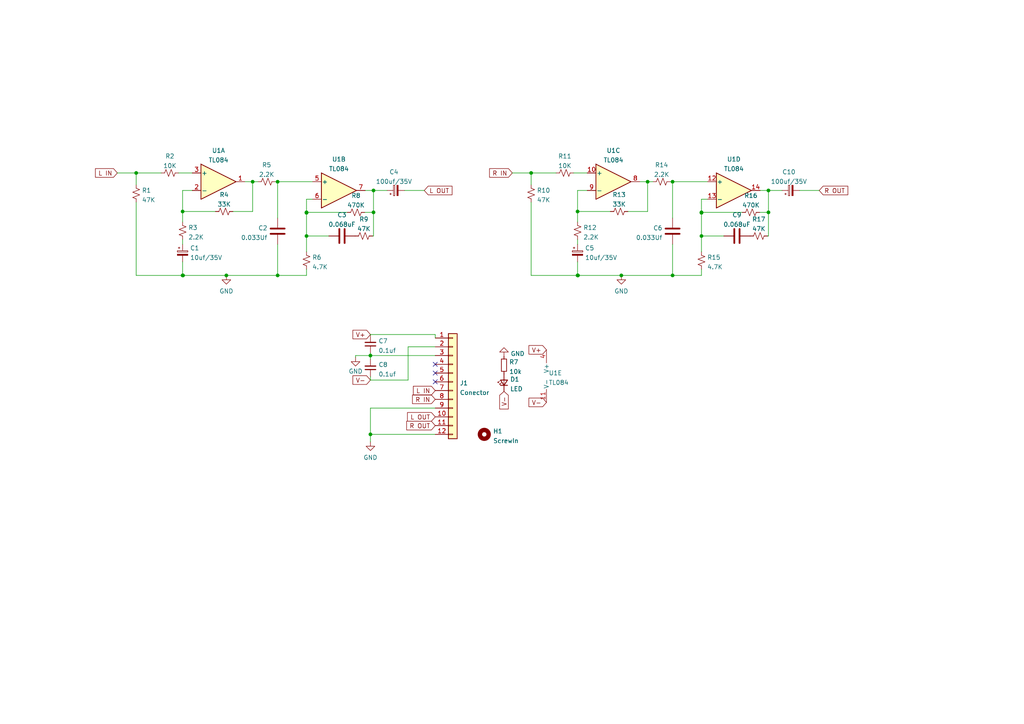
<source format=kicad_sch>
(kicad_sch (version 20211123) (generator eeschema)
  (paper "A4")
  (lib_symbols
    (symbol "Amplifier_Operational:TL084" (pin_names (offset 0.127))
      (property "Reference" "U" (at 0 5.08 0))
      (property "Value" "TL084" (at 0 -5.08 0))
      (symbol "TL084_1_1"
        (polyline (pts (xy -5.08 5.08) (xy 5.08 0) (xy -5.08 -5.08) (xy -5.08 5.08)) (stroke (width 0.254)) (fill (type background)))
        (pin output line (at 7.62 0 180) (length 2.54) (name "~") (number "1"))
        (pin input line (at -7.62 -2.54 0) (length 2.54) (name "-") (number "2"))
        (pin input line (at -7.62 2.54 0) (length 2.54) (name "+") (number "3"))
      )
      (symbol "TL084_2_1"
        (polyline (pts (xy -5.08 5.08) (xy 5.08 0) (xy -5.08 -5.08) (xy -5.08 5.08)) (stroke (width 0.254)) (fill (type background)))
        (pin input line (at -7.62 2.54 0) (length 2.54) (name "+") (number "5"))
        (pin input line (at -7.62 -2.54 0) (length 2.54) (name "-") (number "6"))
        (pin output line (at 7.62 0 180) (length 2.54) (name "~") (number "7"))
      )
      (symbol "TL084_3_1"
        (polyline (pts (xy -5.08 5.08) (xy 5.08 0) (xy -5.08 -5.08) (xy -5.08 5.08)) (stroke (width 0.254)) (fill (type background)))
        (pin input line (at -7.62 2.54 0) (length 2.54) (name "+") (number "10"))
        (pin output line (at 7.62 0 180) (length 2.54) (name "~") (number "8"))
        (pin input line (at -7.62 -2.54 0) (length 2.54) (name "-") (number "9"))
      )
      (symbol "TL084_4_1"
        (polyline (pts (xy -5.08 5.08) (xy 5.08 0) (xy -5.08 -5.08) (xy -5.08 5.08)) (stroke (width 0.254)) (fill (type background)))
        (pin input line (at -7.62 2.54 0) (length 2.54) (name "+") (number "12"))
        (pin input line (at -7.62 -2.54 0) (length 2.54) (name "-") (number "13"))
        (pin output line (at 7.62 0 180) (length 2.54) (name "~") (number "14"))
      )
      (symbol "TL084_5_1"
        (pin power_in line (at -2.54 -7.62 90) (length 3.81) (name "V-") (number "11"))
        (pin power_in line (at -2.54 7.62 270) (length 3.81) (name "V+") (number "4"))
      )
    )
    (symbol "Connector_Generic:Conn_01x12" (pin_names (offset 1.016) hide)
      (property "Reference" "J" (at 0 15.24 0))
      (property "Value" "Conn_01x12" (at 0 -17.78 0))
      (symbol "Conn_01x12_1_1"
        (rectangle (start -1.27 -15.113) (end 0 -15.367) (stroke (width 0.1524)))
        (rectangle (start -1.27 -12.573) (end 0 -12.827) (stroke (width 0.1524)))
        (rectangle (start -1.27 -10.033) (end 0 -10.287) (stroke (width 0.1524)))
        (rectangle (start -1.27 -7.493) (end 0 -7.747) (stroke (width 0.1524)))
        (rectangle (start -1.27 -4.953) (end 0 -5.207) (stroke (width 0.1524)))
        (rectangle (start -1.27 -2.413) (end 0 -2.667) (stroke (width 0.1524)))
        (rectangle (start -1.27 0.127) (end 0 -0.127) (stroke (width 0.1524)))
        (rectangle (start -1.27 2.667) (end 0 2.413) (stroke (width 0.1524)))
        (rectangle (start -1.27 5.207) (end 0 4.953) (stroke (width 0.1524)))
        (rectangle (start -1.27 7.747) (end 0 7.493) (stroke (width 0.1524)))
        (rectangle (start -1.27 10.287) (end 0 10.033) (stroke (width 0.1524)))
        (rectangle (start -1.27 12.827) (end 0 12.573) (stroke (width 0.1524)))
        (rectangle (start -1.27 13.97) (end 1.27 -16.51) (stroke (width 0.254)) (fill (type background)))
        (pin passive line (at -5.08 12.7 0) (length 3.81) (name "Pin_1") (number "1"))
        (pin passive line (at -5.08 -10.16 0) (length 3.81) (name "Pin_10") (number "10"))
        (pin passive line (at -5.08 -12.7 0) (length 3.81) (name "Pin_11") (number "11"))
        (pin passive line (at -5.08 -15.24 0) (length 3.81) (name "Pin_12") (number "12"))
        (pin passive line (at -5.08 10.16 0) (length 3.81) (name "Pin_2") (number "2"))
        (pin passive line (at -5.08 7.62 0) (length 3.81) (name "Pin_3") (number "3"))
        (pin passive line (at -5.08 5.08 0) (length 3.81) (name "Pin_4") (number "4"))
        (pin passive line (at -5.08 2.54 0) (length 3.81) (name "Pin_5") (number "5"))
        (pin passive line (at -5.08 0 0) (length 3.81) (name "Pin_6") (number "6"))
        (pin passive line (at -5.08 -2.54 0) (length 3.81) (name "Pin_7") (number "7"))
        (pin passive line (at -5.08 -5.08 0) (length 3.81) (name "Pin_8") (number "8"))
        (pin passive line (at -5.08 -7.62 0) (length 3.81) (name "Pin_9") (number "9"))
      )
    )
    (symbol "Device:C" (pin_numbers hide) (pin_names (offset 0.254))
      (property "Reference" "C" (at 0.635 2.54 0))
      (property "Value" "C" (at 0.635 -2.54 0))
      (symbol "C_0_1"
        (polyline (pts (xy -2.032 -0.762) (xy 2.032 -0.762)) (stroke (width 0.508)))
        (polyline (pts (xy -2.032 0.762) (xy 2.032 0.762)) (stroke (width 0.508)))
      )
      (symbol "C_1_1"
        (pin passive line (at 0 3.81 270) (length 2.794) (name "~") (number "1"))
        (pin passive line (at 0 -3.81 90) (length 2.794) (name "~") (number "2"))
      )
    )
    (symbol "Device:C_Polarized_Small" (pin_numbers hide) (pin_names (offset 0.254) hide)
      (property "Reference" "C" (at 0.254 1.778 0))
      (property "Value" "C_Polarized_Small" (at 0.254 -2.032 0))
      (symbol "C_Polarized_Small_0_1"
        (rectangle (start -1.524 -0.3048) (end 1.524 -0.6858) (fill (type outline)))
        (rectangle (start -1.524 0.6858) (end 1.524 0.3048))
        (polyline (pts (xy -1.27 1.524) (xy -0.762 1.524)))
        (polyline (pts (xy -1.016 1.27) (xy -1.016 1.778)))
      )
      (symbol "C_Polarized_Small_1_1"
        (pin passive line (at 0 2.54 270) (length 1.8542) (name "~") (number "1"))
        (pin passive line (at 0 -2.54 90) (length 1.8542) (name "~") (number "2"))
      )
    )
    (symbol "Device:C_Small" (pin_numbers hide) (pin_names (offset 0.254) hide)
      (property "Reference" "C" (at 0.254 1.778 0))
      (property "Value" "C_Small" (at 0.254 -2.032 0))
      (symbol "C_Small_0_1"
        (polyline (pts (xy -1.524 -0.508) (xy 1.524 -0.508)) (stroke (width 0.3302)))
        (polyline (pts (xy -1.524 0.508) (xy 1.524 0.508)) (stroke (width 0.3048)))
      )
      (symbol "C_Small_1_1"
        (pin passive line (at 0 2.54 270) (length 2.032) (name "~") (number "1"))
        (pin passive line (at 0 -2.54 90) (length 2.032) (name "~") (number "2"))
      )
    )
    (symbol "Device:LED_Small" (pin_numbers hide) (pin_names (offset 0.254) hide)
      (property "Reference" "D" (at -1.27 3.175 0))
      (property "Value" "LED_Small" (at -4.445 -2.54 0))
      (symbol "LED_Small_0_1"
        (polyline (pts (xy -0.762 -1.016) (xy -0.762 1.016)) (stroke (width 0.254)))
        (polyline (pts (xy 1.016 0) (xy -0.762 0)))
        (polyline (pts (xy 0.762 -1.016) (xy -0.762 0) (xy 0.762 1.016) (xy 0.762 -1.016)) (stroke (width 0.254)))
        (polyline (pts (xy 0 0.762) (xy -0.508 1.27) (xy -0.254 1.27) (xy -0.508 1.27) (xy -0.508 1.016)))
        (polyline (pts (xy 0.508 1.27) (xy 0 1.778) (xy 0.254 1.778) (xy 0 1.778) (xy 0 1.524)))
      )
      (symbol "LED_Small_1_1"
        (pin passive line (at -2.54 0 0) (length 1.778) (name "K") (number "1"))
        (pin passive line (at 2.54 0 180) (length 1.778) (name "A") (number "2"))
      )
    )
    (symbol "Device:R_Small" (pin_numbers hide) (pin_names (offset 0.254) hide)
      (property "Reference" "R" (at 0.762 0.508 0))
      (property "Value" "R_Small" (at 0.762 -1.016 0))
      (symbol "R_Small_0_1"
        (rectangle (start -0.762 1.778) (end 0.762 -1.778) (stroke (width 0.2032)))
      )
      (symbol "R_Small_1_1"
        (pin passive line (at 0 2.54 270) (length 0.762) (name "~") (number "1"))
        (pin passive line (at 0 -2.54 90) (length 0.762) (name "~") (number "2"))
      )
    )
    (symbol "Device:R_Small_US" (pin_numbers hide) (pin_names (offset 0.254) hide)
      (property "Reference" "R" (at 0.762 0.508 0))
      (property "Value" "R_Small_US" (at 0.762 -1.016 0))
      (symbol "R_Small_US_1_1"
        (polyline (pts (xy 0 0) (xy 1.016 -0.381) (xy 0 -0.762) (xy -1.016 -1.143) (xy 0 -1.524)))
        (polyline (pts (xy 0 1.524) (xy 1.016 1.143) (xy 0 0.762) (xy -1.016 0.381) (xy 0 0)))
        (pin passive line (at 0 2.54 270) (length 1.016) (name "~") (number "1"))
        (pin passive line (at 0 -2.54 90) (length 1.016) (name "~") (number "2"))
      )
    )
    (symbol "Mechanical:MountingHole" (pin_names (offset 1.016))
      (property "Reference" "H" (at 0 5.08 0))
      (property "Value" "MountingHole" (at 0 3.175 0))
      (symbol "MountingHole_0_1"
        (circle (center 0 0) (radius 1.27) (stroke (width 1.27)))
      )
    )
    (symbol "power:GND" (power) (pin_names (offset 0))
      (property "Value" "GND" (at 0 -3.81 0))
      (symbol "GND_0_1"
        (polyline (pts (xy 0 0) (xy 0 -1.27) (xy 1.27 -1.27) (xy 0 -2.54) (xy -1.27 -1.27) (xy 0 -1.27)))
      )
      (symbol "GND_1_1"
        (pin power_in line (at 0 0 270) (length 0) hide (name "GND") (number "1"))
      )
    )
  )
  (junction (at 222.885 55.245))
  (junction (at 65.659 79.883))
  (junction (at 73.279 52.705))
  (junction (at 180.213 79.883))
  (junction (at 203.454 61.595))
  (junction (at 187.833 52.705))
  (junction (at 107.442 125.984))
  (junction (at 154.051 50.165))
  (junction (at 108.331 61.595))
  (junction (at 195.072 79.883))
  (junction (at 203.454 68.453))
  (junction (at 203.454 61.722))
  (junction (at 88.9 61.595))
  (junction (at 108.331 55.245))
  (junction (at 80.518 52.705))
  (junction (at 39.497 50.165))
  (junction (at 167.513 79.883))
  (junction (at 53.086 79.883))
  (junction (at 88.9 61.722))
  (junction (at 52.959 61.341))
  (junction (at 195.072 52.705))
  (junction (at 167.513 61.341))
  (junction (at 88.9 68.453))
  (junction (at 80.518 79.883))
  (junction (at 52.959 79.883))
  (junction (at 222.885 61.595))
  (junction (at 167.64 79.883))
  (junction (at 107.442 103.124))
  (no_connect (at 126.238 108.204))
  (no_connect (at 126.238 105.664))
  (no_connect (at 126.238 110.744))
  (wire (pts (xy 185.547 52.705) (xy 187.833 52.705)))
  (wire (pts (xy 203.454 57.785) (xy 205.232 57.785)))
  (wire (pts (xy 167.513 55.245) (xy 170.307 55.245)))
  (wire (pts (xy 108.331 55.245) (xy 112.268 55.245)))
  (wire (pts (xy 118.364 110.236) (xy 107.442 110.236)))
  (wire (pts (xy 105.918 55.245) (xy 108.331 55.245)))
  (wire (pts (xy 88.9 79.883) (xy 80.518 79.883)))
  (wire (pts (xy 80.518 52.705) (xy 90.678 52.705)))
  (wire (pts (xy 52.959 61.341) (xy 62.484 61.341)))
  (wire (pts (xy 187.833 61.341) (xy 187.833 52.705)))
  (wire (pts (xy 222.631 68.453) (xy 222.885 68.453)))
  (wire (pts (xy 220.472 55.245) (xy 222.885 55.245)))
  (wire (pts (xy 52.959 69.469) (xy 52.959 70.866)))
  (wire (pts (xy 180.213 79.883) (xy 167.64 79.883)))
  (wire (pts (xy 107.442 103.124) (xy 107.442 104.14)))
  (wire (pts (xy 88.9 61.595) (xy 88.9 57.785)))
  (wire (pts (xy 88.9 78.105) (xy 88.9 79.883)))
  (wire (pts (xy 126.238 97.028) (xy 126.238 98.044)))
  (wire (pts (xy 80.518 70.866) (xy 80.518 79.883)))
  (wire (pts (xy 203.454 61.595) (xy 203.454 57.785)))
  (wire (pts (xy 182.118 61.341) (xy 187.833 61.341)))
  (wire (pts (xy 80.518 79.883) (xy 65.659 79.883)))
  (wire (pts (xy 203.454 79.883) (xy 195.072 79.883)))
  (wire (pts (xy 88.9 68.453) (xy 88.9 61.722)))
  (wire (pts (xy 108.331 68.453) (xy 108.331 61.595)))
  (wire (pts (xy 167.513 61.341) (xy 177.038 61.341)))
  (wire (pts (xy 51.816 50.165) (xy 55.753 50.165)))
  (wire (pts (xy 88.9 57.785) (xy 90.678 57.785)))
  (wire (pts (xy 34.036 50.165) (xy 39.497 50.165)))
  (wire (pts (xy 67.564 61.341) (xy 73.279 61.341)))
  (wire (pts (xy 195.072 52.705) (xy 195.072 63.246)))
  (wire (pts (xy 194.437 52.705) (xy 195.072 52.705)))
  (wire (pts (xy 52.959 75.946) (xy 52.959 79.883)))
  (wire (pts (xy 52.959 55.245) (xy 55.753 55.245)))
  (wire (pts (xy 107.442 109.22) (xy 107.442 110.236)))
  (wire (pts (xy 107.442 118.364) (xy 126.238 118.364)))
  (wire (pts (xy 103.124 103.632) (xy 103.124 103.124)))
  (wire (pts (xy 166.37 50.165) (xy 170.307 50.165)))
  (wire (pts (xy 52.959 79.883) (xy 39.497 79.883)))
  (wire (pts (xy 52.959 61.341) (xy 52.959 55.245)))
  (wire (pts (xy 222.885 55.245) (xy 222.885 61.595)))
  (wire (pts (xy 107.442 97.028) (xy 126.238 97.028)))
  (wire (pts (xy 167.513 79.883) (xy 154.051 79.883)))
  (wire (pts (xy 203.454 68.453) (xy 203.454 73.025)))
  (wire (pts (xy 100.711 61.595) (xy 88.9 61.595)))
  (wire (pts (xy 108.077 68.453) (xy 108.331 68.453)))
  (wire (pts (xy 107.442 103.124) (xy 126.238 103.124)))
  (wire (pts (xy 231.902 55.245) (xy 237.617 55.245)))
  (wire (pts (xy 103.124 103.124) (xy 107.442 103.124)))
  (wire (pts (xy 39.497 50.165) (xy 46.736 50.165)))
  (wire (pts (xy 187.833 52.705) (xy 189.357 52.705)))
  (wire (pts (xy 107.442 118.364) (xy 107.442 125.984)))
  (wire (pts (xy 215.265 61.595) (xy 203.454 61.595)))
  (wire (pts (xy 65.659 79.883) (xy 53.086 79.883)))
  (wire (pts (xy 154.051 79.883) (xy 154.051 58.674)))
  (wire (pts (xy 73.279 61.341) (xy 73.279 52.705)))
  (wire (pts (xy 107.442 102.362) (xy 107.442 103.124)))
  (wire (pts (xy 73.279 52.705) (xy 70.993 52.705)))
  (wire (pts (xy 73.279 52.705) (xy 74.803 52.705)))
  (wire (pts (xy 80.518 52.705) (xy 80.518 63.246)))
  (wire (pts (xy 79.883 52.705) (xy 80.518 52.705)))
  (wire (pts (xy 195.072 79.883) (xy 180.213 79.883)))
  (wire (pts (xy 154.051 50.165) (xy 154.051 53.594)))
  (wire (pts (xy 52.959 64.389) (xy 52.959 61.341)))
  (wire (pts (xy 222.885 55.245) (xy 226.822 55.245)))
  (wire (pts (xy 88.9 68.453) (xy 88.9 73.025)))
  (wire (pts (xy 107.442 125.984) (xy 126.238 125.984)))
  (wire (pts (xy 209.931 68.453) (xy 203.454 68.453)))
  (wire (pts (xy 117.348 55.245) (xy 123.063 55.245)))
  (wire (pts (xy 195.072 52.705) (xy 205.232 52.705)))
  (wire (pts (xy 167.513 64.389) (xy 167.513 61.341)))
  (wire (pts (xy 107.442 97.282) (xy 107.442 97.028)))
  (wire (pts (xy 167.513 69.469) (xy 167.513 70.866)))
  (wire (pts (xy 39.497 50.165) (xy 39.497 53.594)))
  (wire (pts (xy 95.377 68.453) (xy 88.9 68.453)))
  (wire (pts (xy 107.442 125.984) (xy 107.442 128.143)))
  (wire (pts (xy 222.885 61.595) (xy 220.345 61.595)))
  (wire (pts (xy 167.513 61.341) (xy 167.513 55.245)))
  (wire (pts (xy 118.364 100.584) (xy 126.238 100.584)))
  (wire (pts (xy 108.331 61.595) (xy 105.791 61.595)))
  (wire (pts (xy 39.497 79.883) (xy 39.497 58.674)))
  (wire (pts (xy 118.364 110.236) (xy 118.364 100.584)))
  (wire (pts (xy 195.072 70.866) (xy 195.072 79.883)))
  (wire (pts (xy 154.051 50.165) (xy 161.29 50.165)))
  (wire (pts (xy 203.454 78.105) (xy 203.454 79.883)))
  (wire (pts (xy 203.454 68.453) (xy 203.454 61.722)))
  (wire (pts (xy 108.331 55.245) (xy 108.331 61.595)))
  (wire (pts (xy 222.885 68.453) (xy 222.885 61.595)))
  (wire (pts (xy 148.59 50.165) (xy 154.051 50.165)))
  (wire (pts (xy 167.513 75.946) (xy 167.513 79.883)))
  (global_label "V+" (shape input) (at 158.496 101.473 180) (property "Intersheet References" "${INTERSHEET_REFS}" (effects hide)))
  (global_label "L IN" (shape input) (at 126.238 113.284 180) (property "Intersheet References" "${INTERSHEET_REFS}" (effects hide)))
  (global_label "V-" (shape input) (at 158.496 116.713 180) (property "Intersheet References" "${INTERSHEET_REFS}" (effects hide)))
  (global_label "L IN" (shape input) (at 34.036 50.165 180) (property "Intersheet References" "${INTERSHEET_REFS}" (effects hide)))
  (global_label "L OUT" (shape input) (at 123.063 55.245 0) (property "Intersheet References" "${INTERSHEET_REFS}" (effects hide)))
  (global_label "R IN" (shape input) (at 148.59 50.165 180) (property "Intersheet References" "${INTERSHEET_REFS}" (effects hide)))
  (global_label "L OUT" (shape input) (at 126.238 120.904 180) (property "Intersheet References" "${INTERSHEET_REFS}" (effects hide)))
  (global_label "V-" (shape input) (at 107.442 110.236 180) (property "Intersheet References" "${INTERSHEET_REFS}" (effects hide)))
  (global_label "R IN" (shape input) (at 126.238 115.824 180) (property "Intersheet References" "${INTERSHEET_REFS}" (effects hide)))
  (global_label "R OUT" (shape input) (at 237.617 55.245 0) (property "Intersheet References" "${INTERSHEET_REFS}" (effects hide)))
  (global_label "V-" (shape input) (at 146.177 113.538 270) (property "Intersheet References" "${INTERSHEET_REFS}" (effects hide)))
  (global_label "V+" (shape input) (at 107.442 97.028 180) (property "Intersheet References" "${INTERSHEET_REFS}" (effects hide)))
  (global_label "R OUT" (shape input) (at 126.238 123.444 180) (property "Intersheet References" "${INTERSHEET_REFS}" (effects hide)))
  (symbol (lib_id "Device:C") (at 99.187 68.453 90) (unit 1)
    (property "Reference" "C3" (at 99.187 62.3275 90))
    (property "Value" "0.068uF" (at 99.187 65.1026 90))
    (property "Footprint" "Capacitor_SMD:C_1206_3216Metric_Pad1.33x1.80mm_HandSolder" (effects hide))
  )
  (symbol (lib_id "Mechanical:MountingHole") (at 140.462 125.984 0) (unit 1)
    (property "Reference" "H1" (at 143.002 125.0755 0) (effects (justify left)))
    (property "Value" "ScrewIn" (at 143.002 127.8506 0) (effects (justify left)))
    (property "Footprint" "MountingHole:MountingHole_3.2mm_M3" (effects hide))
  )
  (symbol (lib_id "Device:R_Small_US") (at 167.513 66.929 180) (unit 1)
    (property "Reference" "R12" (at 169.164 66.0205 0) (effects (justify right)))
    (property "Value" "2.2K" (at 169.164 68.7956 0) (effects (justify right)))
    (property "Footprint" "Resistor_SMD:R_1206_3216Metric" (effects hide))
  )
  (symbol (lib_id "Device:R_Small_US") (at 179.578 61.341 270) (unit 1)
    (property "Reference" "R13" (at 179.578 56.4855 90))
    (property "Value" "33K" (at 179.578 59.2606 90))
    (property "Footprint" "Resistor_SMD:R_1206_3216Metric" (effects hide))
  )
  (symbol (lib_id "Amplifier_Operational:TL084") (at 161.036 109.093 0) (unit 5)
    (property "Reference" "U1" (at 159.131 108.1845 0) (effects (justify left)))
    (property "Value" "TL084" (at 159.131 110.9596 0) (effects (justify left)))
    (property "Footprint" "Package_DIP:DIP-14_W7.62mm_Socket_LongPads" (effects hide))
    (property "Datasheet" "http://www.ti.com/lit/ds/symlink/tl081.pdf" (effects hide))
  )
  (symbol (lib_id "Device:R_Small_US") (at 163.83 50.165 90) (unit 1)
    (property "Reference" "R11" (at 163.83 45.3095 90))
    (property "Value" "10K" (at 163.83 48.0846 90))
    (property "Footprint" "Resistor_SMD:R_1206_3216Metric" (effects hide))
  )
  (symbol (lib_id "Device:R_Small_US") (at 88.9 75.565 180) (unit 1)
    (property "Reference" "R6" (at 90.551 74.6565 0) (effects (justify right)))
    (property "Value" "4.7K" (at 90.551 77.4316 0) (effects (justify right)))
    (property "Footprint" "Resistor_SMD:R_1206_3216Metric" (effects hide))
  )
  (symbol (lib_id "Device:C") (at 195.072 67.056 0) (unit 1)
    (property "Reference" "C6" (at 192.151 66.1475 0) (effects (justify right)))
    (property "Value" "0.033Uf" (at 192.151 68.9226 0) (effects (justify right)))
    (property "Footprint" "Capacitor_SMD:C_1206_3216Metric_Pad1.33x1.80mm_HandSolder" (effects hide))
  )
  (symbol (lib_id "Device:C_Polarized_Small") (at 114.808 55.245 90) (unit 1)
    (property "Reference" "C4" (at 114.2619 49.8815 90))
    (property "Value" "100uf/35V" (at 114.2619 52.6566 90))
    (property "Footprint" "Capacitor_SMD:CP_Elec_6.3x5.4_Nichicon" (effects hide))
  )
  (symbol (lib_id "Connector_Generic:Conn_01x12") (at 131.318 110.744 0) (unit 1)
    (property "Reference" "J1" (at 133.35 111.1055 0) (effects (justify left)))
    (property "Value" "Conector" (at 133.35 113.8806 0) (effects (justify left)))
    (property "Footprint" "TSD MIXER FOOTPRINTS:PinHeader_2x12_P2.54mm_Vertical" (effects hide))
  )
  (symbol (lib_id "Device:C") (at 213.741 68.453 90) (unit 1)
    (property "Reference" "C9" (at 213.741 62.3275 90))
    (property "Value" "0.068uF" (at 213.741 65.1026 90))
    (property "Footprint" "Capacitor_SMD:C_1206_3216Metric_Pad1.33x1.80mm_HandSolder" (effects hide))
  )
  (symbol (lib_id "Amplifier_Operational:TL084") (at 63.373 52.705 0) (unit 1)
    (property "Reference" "U1" (at 63.373 43.6585 0))
    (property "Value" "TL084" (at 63.373 46.4336 0))
    (property "Footprint" "Package_DIP:DIP-14_W7.62mm_Socket_LongPads" (effects hide))
    (property "Datasheet" "http://www.ti.com/lit/ds/symlink/tl081.pdf" (effects hide))
  )
  (symbol (lib_id "Device:R_Small_US") (at 49.276 50.165 90) (unit 1)
    (property "Reference" "R2" (at 49.276 45.3095 90))
    (property "Value" "10K" (at 49.276 48.0846 90))
    (property "Footprint" "Resistor_SMD:R_1206_3216Metric" (effects hide))
  )
  (symbol (lib_id "Device:C") (at 80.518 67.056 0) (unit 1)
    (property "Reference" "C2" (at 77.597 66.1475 0) (effects (justify right)))
    (property "Value" "0.033Uf" (at 77.597 68.9226 0) (effects (justify right)))
    (property "Footprint" "Capacitor_SMD:C_1206_3216Metric_Pad1.33x1.80mm_HandSolder" (effects hide))
  )
  (symbol (lib_id "Device:R_Small_US") (at 77.343 52.705 270) (unit 1)
    (property "Reference" "R5" (at 77.343 47.8495 90))
    (property "Value" "2.2K" (at 77.343 50.6246 90))
    (property "Footprint" "Resistor_SMD:R_1206_3216Metric" (effects hide))
  )
  (symbol (lib_id "Amplifier_Operational:TL084") (at 177.927 52.705 0) (unit 3)
    (property "Reference" "U1" (at 177.927 43.6585 0))
    (property "Value" "TL084" (at 177.927 46.4336 0))
    (property "Footprint" "Package_DIP:DIP-14_W7.62mm_Socket_LongPads" (effects hide))
    (property "Datasheet" "http://www.ti.com/lit/ds/symlink/tl081.pdf" (effects hide))
  )
  (symbol (lib_id "Device:R_Small_US") (at 220.091 68.453 270) (unit 1)
    (property "Reference" "R17" (at 220.091 63.5975 90))
    (property "Value" "47K" (at 220.091 66.3726 90))
    (property "Footprint" "Resistor_SMD:R_1206_3216Metric" (effects hide))
  )
  (symbol (lib_id "power:GND") (at 103.124 103.632 0) (unit 1)
    (property "Reference" "#PWR0102" (effects hide))
    (property "Value" "GND" (at 101.092 107.696 0) (effects (justify left)))
  )
  (symbol (lib_id "Device:C_Polarized_Small") (at 229.362 55.245 90) (unit 1)
    (property "Reference" "C10" (at 228.8159 49.8815 90))
    (property "Value" "100uf/35V" (at 228.8159 52.6566 90))
    (property "Footprint" "Capacitor_SMD:CP_Elec_6.3x5.4_Nichicon" (effects hide))
  )
  (symbol (lib_id "Amplifier_Operational:TL084") (at 98.298 55.245 0) (unit 2)
    (property "Reference" "U1" (at 98.298 46.1985 0))
    (property "Value" "TL084" (at 98.298 48.9736 0))
    (property "Footprint" "Package_DIP:DIP-14_W7.62mm_Socket_LongPads" (effects hide))
    (property "Datasheet" "http://www.ti.com/lit/ds/symlink/tl081.pdf" (effects hide))
  )
  (symbol (lib_id "Device:R_Small_US") (at 203.454 75.565 180) (unit 1)
    (property "Reference" "R15" (at 205.105 74.6565 0) (effects (justify right)))
    (property "Value" "4.7K" (at 205.105 77.4316 0) (effects (justify right)))
    (property "Footprint" "Resistor_SMD:R_1206_3216Metric" (effects hide))
  )
  (symbol (lib_id "Amplifier_Operational:TL084") (at 212.852 55.245 0) (unit 4)
    (property "Reference" "U1" (at 212.852 46.1985 0))
    (property "Value" "TL084" (at 212.852 48.9736 0))
    (property "Footprint" "Package_DIP:DIP-14_W7.62mm_Socket_LongPads" (effects hide))
    (property "Datasheet" "http://www.ti.com/lit/ds/symlink/tl081.pdf" (effects hide))
  )
  (symbol (lib_id "Device:R_Small_US") (at 217.805 61.595 270) (unit 1)
    (property "Reference" "R16" (at 217.805 56.7395 90))
    (property "Value" "470K" (at 217.805 59.5146 90))
    (property "Footprint" "Resistor_SMD:R_1206_3216Metric" (effects hide))
  )
  (symbol (lib_id "Device:C_Polarized_Small") (at 52.959 73.406 0) (unit 1)
    (property "Reference" "C1" (at 55.118 71.9514 0) (effects (justify left)))
    (property "Value" "10uf/35V" (at 55.118 74.7265 0) (effects (justify left)))
    (property "Footprint" "Capacitor_SMD:CP_Elec_6.3x5.4_Nichicon" (effects hide))
  )
  (symbol (lib_id "Device:R_Small") (at 146.177 105.918 0) (unit 1)
    (property "Reference" "R7" (at 147.6756 105.0095 0) (effects (justify left)))
    (property "Value" "10k" (at 147.6756 107.7846 0) (effects (justify left)))
    (property "Footprint" "Resistor_SMD:R_1206_3216Metric" (effects hide))
  )
  (symbol (lib_id "power:GND") (at 107.442 128.143 0) (unit 1)
    (property "Reference" "#PWR0106" (effects hide))
    (property "Value" "GND" (at 107.442 132.7055 0))
  )
  (symbol (lib_id "Device:R_Small_US") (at 52.959 66.929 180) (unit 1)
    (property "Reference" "R3" (at 54.61 66.0205 0) (effects (justify right)))
    (property "Value" "2.2K" (at 54.61 68.7956 0) (effects (justify right)))
    (property "Footprint" "Resistor_SMD:R_1206_3216Metric" (effects hide))
  )
  (symbol (lib_id "Device:LED_Small") (at 146.177 110.998 90) (unit 1)
    (property "Reference" "D1" (at 147.955 110.026 90) (effects (justify right)))
    (property "Value" "LED" (at 147.955 112.8011 90) (effects (justify right)))
    (property "Footprint" "Diode_SMD:D_0201_0603Metric_Pad0.64x0.40mm_HandSolder" (effects hide))
  )
  (symbol (lib_id "power:GND") (at 65.659 79.883 0) (unit 1)
    (property "Reference" "#PWR0103" (effects hide))
    (property "Value" "GND" (at 65.659 84.4455 0))
  )
  (symbol (lib_id "Device:R_Small_US") (at 65.024 61.341 270) (unit 1)
    (property "Reference" "R4" (at 65.024 56.4855 90))
    (property "Value" "33K" (at 65.024 59.2606 90))
    (property "Footprint" "Resistor_SMD:R_1206_3216Metric" (effects hide))
  )
  (symbol (lib_id "Device:C_Small") (at 107.442 99.822 180) (unit 1)
    (property "Reference" "C7" (at 109.7661 98.9071 0) (effects (justify right)))
    (property "Value" "0.1uf" (at 109.7661 101.6822 0) (effects (justify right)))
    (property "Footprint" "Capacitor_SMD:C_1206_3216Metric_Pad1.33x1.80mm_HandSolder" (effects hide))
  )
  (symbol (lib_id "Device:R_Small_US") (at 103.251 61.595 270) (unit 1)
    (property "Reference" "R8" (at 103.251 56.7395 90))
    (property "Value" "470K" (at 103.251 59.5146 90))
    (property "Footprint" "Resistor_SMD:R_1206_3216Metric" (effects hide))
  )
  (symbol (lib_id "Device:R_Small_US") (at 105.537 68.453 270) (unit 1)
    (property "Reference" "R9" (at 105.537 63.5975 90))
    (property "Value" "47K" (at 105.537 66.3726 90))
    (property "Footprint" "Resistor_SMD:R_1206_3216Metric" (effects hide))
  )
  (symbol (lib_id "power:GND") (at 146.177 103.378 180) (unit 1)
    (property "Reference" "#PWR0109" (effects hide))
    (property "Value" "GND" (at 148.082 102.587 0) (effects (justify right)))
  )
  (symbol (lib_id "Device:C_Small") (at 107.442 106.68 180) (unit 1)
    (property "Reference" "C8" (at 109.7661 105.7651 0) (effects (justify right)))
    (property "Value" "0.1uf" (at 109.7661 108.5402 0) (effects (justify right)))
    (property "Footprint" "Capacitor_SMD:C_1206_3216Metric_Pad1.33x1.80mm_HandSolder" (effects hide))
  )
  (symbol (lib_id "Device:R_Small_US") (at 191.897 52.705 270) (unit 1)
    (property "Reference" "R14" (at 191.897 47.8495 90))
    (property "Value" "2.2K" (at 191.897 50.6246 90))
    (property "Footprint" "Resistor_SMD:R_1206_3216Metric" (effects hide))
  )
  (symbol (lib_id "power:GND") (at 180.213 79.883 0) (unit 1)
    (property "Reference" "#PWR0101" (effects hide))
    (property "Value" "GND" (at 180.213 84.4455 0))
  )
  (symbol (lib_id "Device:C_Polarized_Small") (at 167.513 73.406 0) (unit 1)
    (property "Reference" "C5" (at 169.672 71.9514 0) (effects (justify left)))
    (property "Value" "10uf/35V" (at 169.672 74.7265 0) (effects (justify left)))
    (property "Footprint" "Capacitor_SMD:CP_Elec_6.3x5.4_Nichicon" (effects hide))
  )
  (symbol (lib_id "Device:R_Small_US") (at 39.497 56.134 180) (unit 1)
    (property "Reference" "R1" (at 41.148 55.2255 0) (effects (justify right)))
    (property "Value" "47K" (at 41.148 58.0006 0) (effects (justify right)))
    (property "Footprint" "Resistor_SMD:R_1206_3216Metric" (effects hide))
  )
  (symbol (lib_id "Device:R_Small_US") (at 154.051 56.134 180) (unit 1)
    (property "Reference" "R10" (at 155.702 55.2255 0) (effects (justify right)))
    (property "Value" "47K" (at 155.702 58.0006 0) (effects (justify right)))
    (property "Footprint" "Resistor_SMD:R_1206_3216Metric" (effects hide))
  )
)
</source>
